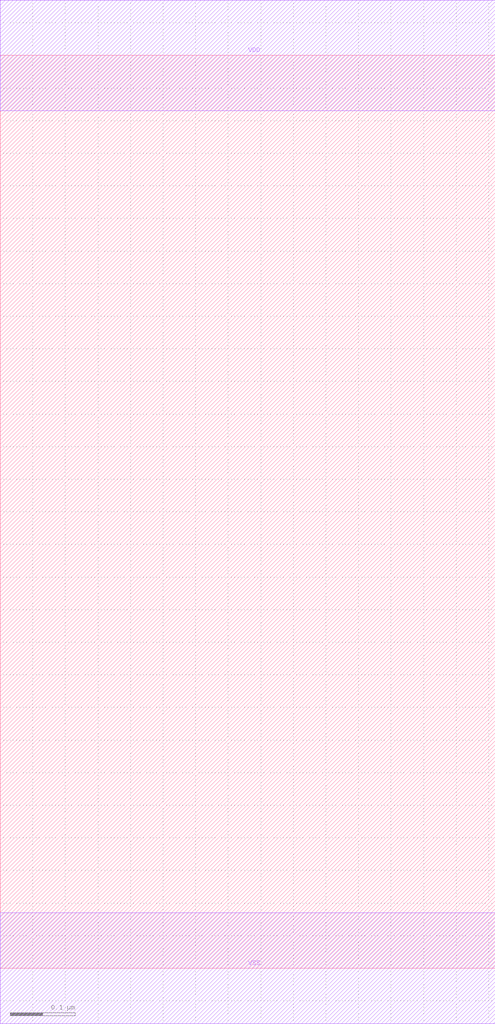
<source format=lef>
VERSION 5.6 ;
BUSBITCHARS "[]" ;
DIVIDERCHAR "/" ;

UNITS
  DATABASE MICRONS 2000 ;
END UNITS

MACRO ENDCAP_X4_LEFTBOTTOMCORNER_Y
  PROPERTY LEF58_CLASS " CLASS ENDCAP LEFTBOTTOMCORNER ; " ;
  ORIGIN 0 0 ;
  FOREIGN ENDCAP_X4 0 0 ;
  SIZE 0.76 BY 1.4 ;
  SYMMETRY X Y ;
  SITE FreePDK45_38x28_10R_NP_162NW_34O ;
  PIN VDD
    DIRECTION INOUT ;
    USE POWER ;
    SHAPE ABUTMENT ;
    PORT
      LAYER metal1 ;
        RECT 0 1.315 0.76 1.485 ;
    END
  END VDD
  PIN VSS
    DIRECTION INOUT ;
    USE GROUND ;
    SHAPE ABUTMENT ;
    PORT
      LAYER metal1 ;
        RECT 0 -0.085 0.76 0.085 ;
    END
  END VSS
END ENDCAP_X4_LEFTBOTTOMCORNER_Y

MACRO ENDCAP_X4_LEFTTOPCORNER_Y
  PROPERTY LEF58_CLASS " CLASS ENDCAP LEFTTOPCORNER ; " ;
  ORIGIN 0 0 ;
  FOREIGN ENDCAP_X4 0 0 ;
  SIZE 0.76 BY 1.4 ;
  SYMMETRY X Y ;
  SITE FreePDK45_38x28_10R_NP_162NW_34O ;
  PIN VDD
    DIRECTION INOUT ;
    USE POWER ;
    SHAPE ABUTMENT ;
    PORT
      LAYER metal1 ;
        RECT 0 1.315 0.76 1.485 ;
    END
  END VDD
  PIN VSS
    DIRECTION INOUT ;
    USE GROUND ;
    SHAPE ABUTMENT ;
    PORT
      LAYER metal1 ;
        RECT 0 -0.085 0.76 0.085 ;
    END
  END VSS
END ENDCAP_X4_LEFTTOPCORNER_Y

MACRO ENDCAP_X4_LEFTBOTTOMEDGE_Y
  PROPERTY LEF58_CLASS " CLASS ENDCAP LEFTBOTTOMEDGE ; " ;
  ORIGIN 0 0 ;
  FOREIGN ENDCAP_X4 0 0 ;
  SIZE 0.76 BY 1.4 ;
  SYMMETRY X Y ;
  SITE FreePDK45_38x28_10R_NP_162NW_34O ;
  PIN VDD
    DIRECTION INOUT ;
    USE POWER ;
    SHAPE ABUTMENT ;
    PORT
      LAYER metal1 ;
        RECT 0 1.315 0.76 1.485 ;
    END
  END VDD
  PIN VSS
    DIRECTION INOUT ;
    USE GROUND ;
    SHAPE ABUTMENT ;
    PORT
      LAYER metal1 ;
        RECT 0 -0.085 0.76 0.085 ;
    END
  END VSS
END ENDCAP_X4_LEFTBOTTOMEDGE_Y

MACRO ENDCAP_X4_LEFTTOPEDGE_Y
  PROPERTY LEF58_CLASS " CLASS ENDCAP LEFTTOPEDGE ; " ;
  ORIGIN 0 0 ;
  FOREIGN ENDCAP_X4 0 0 ;
  SIZE 0.76 BY 1.4 ;
  SYMMETRY X Y ;
  SITE FreePDK45_38x28_10R_NP_162NW_34O ;
  PIN VDD
    DIRECTION INOUT ;
    USE POWER ;
    SHAPE ABUTMENT ;
    PORT
      LAYER metal1 ;
        RECT 0 1.315 0.76 1.485 ;
    END
  END VDD
  PIN VSS
    DIRECTION INOUT ;
    USE GROUND ;
    SHAPE ABUTMENT ;
    PORT
      LAYER metal1 ;
        RECT 0 -0.085 0.76 0.085 ;
    END
  END VSS
END ENDCAP_X4_LEFTTOPEDGE_Y

MACRO ENDCAP_X4_RIGHTEDGE_Y
  PROPERTY LEF58_CLASS " CLASS ENDCAP RIGHTEDGE ; " ;
  ORIGIN 0 0 ;
  FOREIGN ENDCAP_X4 0 0 ;
  SIZE 0.76 BY 1.4 ;
  SYMMETRY X Y ;
  SITE FreePDK45_38x28_10R_NP_162NW_34O ;
  PIN VDD
    DIRECTION INOUT ;
    USE POWER ;
    SHAPE ABUTMENT ;
    PORT
      LAYER metal1 ;
        RECT 0 1.315 0.76 1.485 ;
    END
  END VDD
  PIN VSS
    DIRECTION INOUT ;
    USE GROUND ;
    SHAPE ABUTMENT ;
    PORT
      LAYER metal1 ;
        RECT 0 -0.085 0.76 0.085 ;
    END
  END VSS
END ENDCAP_X4_RIGHTEDGE_Y

END LIBRARY
#
# End of file
#

</source>
